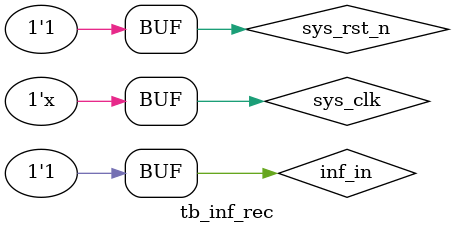
<source format=v>
`timescale  1ns/1ns
module  tb_inf_rec();

reg     sys_clk ;
reg     sys_rst_n   ;
reg     inf_in      ;

wire    [23:0]  data    ;
wire            repeat_en;

initial
    begin
        sys_clk = 1'b1;
        sys_rst_n <=    1'b0;
        inf_in  <=  1'b1;
        #30
        sys_rst_n   <=  1'b1;
        #1000
//引导码
        inf_in  <=  1'b0;
        #9000_000
        inf_in  <=  1'b1;
        #4500_000
//地址码(8'h57   0101_0111   1110_1010)
        inf_in  <=  1'b0;
        #560_000
        inf_in  <=  1'b1;
        #1690_000           //逻辑1
        inf_in  <=  1'b0;
        #560_000
        inf_in  <=  1'b1;
        #1690_000           //逻辑1
        inf_in  <=  1'b0;
        #560_000
        inf_in  <=  1'b1;
        #1690_000           //逻辑1
        inf_in  <=  1'b0;
        #560_000
        inf_in  <=  1'b1;
        #560_000            //逻辑0
        inf_in  <=  1'b0;
        #560_000
        inf_in  <=  1'b1;
        #1690_000           //逻辑1
        inf_in  <=  1'b0;
        #560_000
        inf_in  <=  1'b1;
        #560_000            //逻辑0
        inf_in  <=  1'b0;
        #560_000
        inf_in  <=  1'b1;
        #1690_000           //逻辑1
        inf_in  <=  1'b0;
        #560_000
        inf_in  <=  1'b1;
        #560_000            //逻辑0
//地址反码(1110_1010   0001_0101)
        inf_in  <=  1'b0;
        #560_000
        inf_in  <=  1'b1;
        #560_000            //逻辑0
        inf_in  <=  1'b0;
        #560_000
        inf_in  <=  1'b1;
        #560_000            //逻辑0
        inf_in  <=  1'b0;
        #560_000
        inf_in  <=  1'b1;
        #560_000            //逻辑0
        inf_in  <=  1'b0;
        #560_000
        inf_in  <=  1'b1;
        #1690_000           //逻辑1
        inf_in  <=  1'b0;
        #560_000
        inf_in  <=  1'b1;
        #560_000            //逻辑0
        inf_in  <=  1'b0;
        #560_000
        inf_in  <=  1'b1;
        #1690_000           //逻辑1
        inf_in  <=  1'b0;
        #560_000
        inf_in  <=  1'b1;
        #560_000            //逻辑0
        inf_in  <=  1'b0;
        #560_000
        inf_in  <=  1'b1;
        #1690_000           //逻辑1
//数据码(8'h22  0010_0010   0100_0100)
        inf_in  <=  1'b0;
        #560_000
        inf_in  <=  1'b1;
        #560_000            //逻辑0
        inf_in  <=  1'b0;
        #560_000
        inf_in  <=  1'b1;
        #1690_000           //逻辑1
        inf_in  <=  1'b0;
        #560_000
        inf_in  <=  1'b1;
        #560_000            //逻辑0
        inf_in  <=  1'b0;
        #560_000
        inf_in  <=  1'b1;
        #560_000            //逻辑0
        inf_in  <=  1'b0;
        #560_000
        inf_in  <=  1'b1;
        #560_000            //逻辑0
        inf_in  <=  1'b0;
        #560_000
        inf_in  <=  1'b1;
        #1690_000           //逻辑1
        inf_in  <=  1'b0;
        #560_000
        inf_in  <=  1'b1;
        #560_000            //逻辑0
        inf_in  <=  1'b0;
        #560_000
        inf_in  <=  1'b1;
        #560_000            //逻辑0
//数据反码(0100_0100   1011_1011)
        inf_in  <=  1'b0;
        #560_000
        inf_in  <=  1'b1;
        #1690_000           //逻辑1
        inf_in  <=  1'b0;
        #560_000
        inf_in  <=  1'b1;
        #560_000            //逻辑0
        inf_in  <=  1'b0;
        #560_000
        inf_in  <=  1'b1;
        #1690_000           //逻辑1
        inf_in  <=  1'b0;
        #560_000
        inf_in  <=  1'b1;
        #1690_000           //逻辑1
        inf_in  <=  1'b0;
        #560_000
        inf_in  <=  1'b1;
        #1690_000           //逻辑1
        inf_in  <=  1'b0;
        #560_000
        inf_in  <=  1'b1;
        #560_000            //逻辑0
        inf_in  <=  1'b0;
        #560_000
        inf_in  <=  1'b1;
        #1690_000           //逻辑1
        inf_in  <=  1'b0;
        #560_000
        inf_in  <=  1'b1;
        #1690_000           //逻辑1
//结束位
        inf_in  <=  1'b0;
        #560_000
//高电平保持
        inf_in  <=  1'b1;
        #4200_0000
//重复码
        inf_in  <=  1'b0;
        #9000_000
        inf_in  <=  1'b1;
        #2250_000
//结束位
        inf_in  <=  1'b0;
        #560_000
        inf_in  <=  1'b1;
    end

always #10 sys_clk = ~sys_clk;

inf_rec inf_rec_inst
(
    .sys_clk     (sys_clk   ),
    .sys_rst_n   (sys_rst_n ),
    .inf_in      (inf_in    ),

    .data        (data      ),
    .repeat_en   (repeat_en )
);

endmodule

</source>
